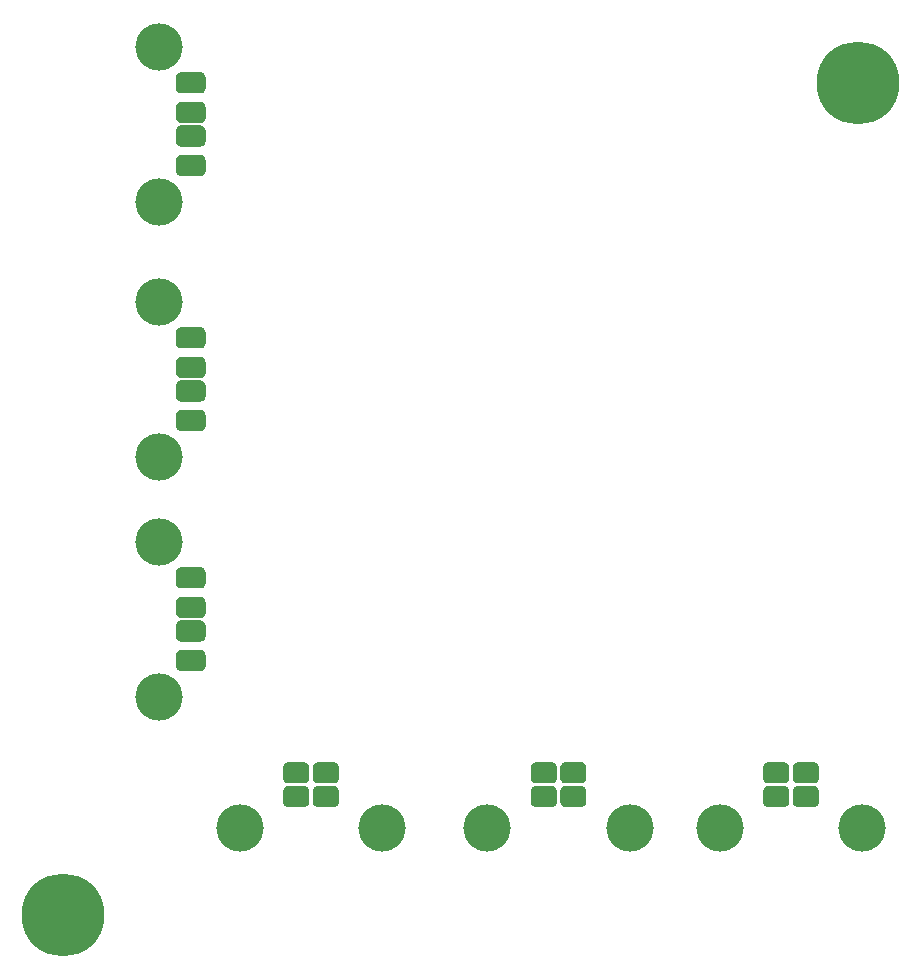
<source format=gbr>
G04 #@! TF.GenerationSoftware,KiCad,Pcbnew,(5.1.4)-1*
G04 #@! TF.CreationDate,2020-11-19T13:50:43+07:00*
G04 #@! TF.ProjectId,serial,73657269-616c-42e6-9b69-6361645f7063,rev?*
G04 #@! TF.SameCoordinates,Original*
G04 #@! TF.FileFunction,Copper,L1,Top*
G04 #@! TF.FilePolarity,Positive*
%FSLAX46Y46*%
G04 Gerber Fmt 4.6, Leading zero omitted, Abs format (unit mm)*
G04 Created by KiCad (PCBNEW (5.1.4)-1) date 2020-11-19 13:50:43*
%MOMM*%
%LPD*%
G04 APERTURE LIST*
%ADD10C,4.000000*%
%ADD11C,0.100000*%
%ADD12C,1.800000*%
%ADD13C,7.000000*%
G04 APERTURE END LIST*
D10*
X72855000Y-83730000D03*
X72855000Y-70590000D03*
D11*
G36*
X76409108Y-72762167D02*
G01*
X76452791Y-72768647D01*
X76495628Y-72779377D01*
X76537208Y-72794254D01*
X76577129Y-72813135D01*
X76615007Y-72835839D01*
X76650477Y-72862145D01*
X76683198Y-72891802D01*
X76712855Y-72924523D01*
X76739161Y-72959993D01*
X76761865Y-72997871D01*
X76780746Y-73037792D01*
X76795623Y-73079372D01*
X76806353Y-73122209D01*
X76812833Y-73165892D01*
X76815000Y-73210000D01*
X76815000Y-74110000D01*
X76812833Y-74154108D01*
X76806353Y-74197791D01*
X76795623Y-74240628D01*
X76780746Y-74282208D01*
X76761865Y-74322129D01*
X76739161Y-74360007D01*
X76712855Y-74395477D01*
X76683198Y-74428198D01*
X76650477Y-74457855D01*
X76615007Y-74484161D01*
X76577129Y-74506865D01*
X76537208Y-74525746D01*
X76495628Y-74540623D01*
X76452791Y-74551353D01*
X76409108Y-74557833D01*
X76365000Y-74560000D01*
X74765000Y-74560000D01*
X74720892Y-74557833D01*
X74677209Y-74551353D01*
X74634372Y-74540623D01*
X74592792Y-74525746D01*
X74552871Y-74506865D01*
X74514993Y-74484161D01*
X74479523Y-74457855D01*
X74446802Y-74428198D01*
X74417145Y-74395477D01*
X74390839Y-74360007D01*
X74368135Y-74322129D01*
X74349254Y-74282208D01*
X74334377Y-74240628D01*
X74323647Y-74197791D01*
X74317167Y-74154108D01*
X74315000Y-74110000D01*
X74315000Y-73210000D01*
X74317167Y-73165892D01*
X74323647Y-73122209D01*
X74334377Y-73079372D01*
X74349254Y-73037792D01*
X74368135Y-72997871D01*
X74390839Y-72959993D01*
X74417145Y-72924523D01*
X74446802Y-72891802D01*
X74479523Y-72862145D01*
X74514993Y-72835839D01*
X74552871Y-72813135D01*
X74592792Y-72794254D01*
X74634372Y-72779377D01*
X74677209Y-72768647D01*
X74720892Y-72762167D01*
X74765000Y-72760000D01*
X76365000Y-72760000D01*
X76409108Y-72762167D01*
X76409108Y-72762167D01*
G37*
D12*
X75565000Y-73660000D03*
D11*
G36*
X76409108Y-75262167D02*
G01*
X76452791Y-75268647D01*
X76495628Y-75279377D01*
X76537208Y-75294254D01*
X76577129Y-75313135D01*
X76615007Y-75335839D01*
X76650477Y-75362145D01*
X76683198Y-75391802D01*
X76712855Y-75424523D01*
X76739161Y-75459993D01*
X76761865Y-75497871D01*
X76780746Y-75537792D01*
X76795623Y-75579372D01*
X76806353Y-75622209D01*
X76812833Y-75665892D01*
X76815000Y-75710000D01*
X76815000Y-76610000D01*
X76812833Y-76654108D01*
X76806353Y-76697791D01*
X76795623Y-76740628D01*
X76780746Y-76782208D01*
X76761865Y-76822129D01*
X76739161Y-76860007D01*
X76712855Y-76895477D01*
X76683198Y-76928198D01*
X76650477Y-76957855D01*
X76615007Y-76984161D01*
X76577129Y-77006865D01*
X76537208Y-77025746D01*
X76495628Y-77040623D01*
X76452791Y-77051353D01*
X76409108Y-77057833D01*
X76365000Y-77060000D01*
X74765000Y-77060000D01*
X74720892Y-77057833D01*
X74677209Y-77051353D01*
X74634372Y-77040623D01*
X74592792Y-77025746D01*
X74552871Y-77006865D01*
X74514993Y-76984161D01*
X74479523Y-76957855D01*
X74446802Y-76928198D01*
X74417145Y-76895477D01*
X74390839Y-76860007D01*
X74368135Y-76822129D01*
X74349254Y-76782208D01*
X74334377Y-76740628D01*
X74323647Y-76697791D01*
X74317167Y-76654108D01*
X74315000Y-76610000D01*
X74315000Y-75710000D01*
X74317167Y-75665892D01*
X74323647Y-75622209D01*
X74334377Y-75579372D01*
X74349254Y-75537792D01*
X74368135Y-75497871D01*
X74390839Y-75459993D01*
X74417145Y-75424523D01*
X74446802Y-75391802D01*
X74479523Y-75362145D01*
X74514993Y-75335839D01*
X74552871Y-75313135D01*
X74592792Y-75294254D01*
X74634372Y-75279377D01*
X74677209Y-75268647D01*
X74720892Y-75262167D01*
X74765000Y-75260000D01*
X76365000Y-75260000D01*
X76409108Y-75262167D01*
X76409108Y-75262167D01*
G37*
D12*
X75565000Y-76160000D03*
D11*
G36*
X76409108Y-77262167D02*
G01*
X76452791Y-77268647D01*
X76495628Y-77279377D01*
X76537208Y-77294254D01*
X76577129Y-77313135D01*
X76615007Y-77335839D01*
X76650477Y-77362145D01*
X76683198Y-77391802D01*
X76712855Y-77424523D01*
X76739161Y-77459993D01*
X76761865Y-77497871D01*
X76780746Y-77537792D01*
X76795623Y-77579372D01*
X76806353Y-77622209D01*
X76812833Y-77665892D01*
X76815000Y-77710000D01*
X76815000Y-78610000D01*
X76812833Y-78654108D01*
X76806353Y-78697791D01*
X76795623Y-78740628D01*
X76780746Y-78782208D01*
X76761865Y-78822129D01*
X76739161Y-78860007D01*
X76712855Y-78895477D01*
X76683198Y-78928198D01*
X76650477Y-78957855D01*
X76615007Y-78984161D01*
X76577129Y-79006865D01*
X76537208Y-79025746D01*
X76495628Y-79040623D01*
X76452791Y-79051353D01*
X76409108Y-79057833D01*
X76365000Y-79060000D01*
X74765000Y-79060000D01*
X74720892Y-79057833D01*
X74677209Y-79051353D01*
X74634372Y-79040623D01*
X74592792Y-79025746D01*
X74552871Y-79006865D01*
X74514993Y-78984161D01*
X74479523Y-78957855D01*
X74446802Y-78928198D01*
X74417145Y-78895477D01*
X74390839Y-78860007D01*
X74368135Y-78822129D01*
X74349254Y-78782208D01*
X74334377Y-78740628D01*
X74323647Y-78697791D01*
X74317167Y-78654108D01*
X74315000Y-78610000D01*
X74315000Y-77710000D01*
X74317167Y-77665892D01*
X74323647Y-77622209D01*
X74334377Y-77579372D01*
X74349254Y-77537792D01*
X74368135Y-77497871D01*
X74390839Y-77459993D01*
X74417145Y-77424523D01*
X74446802Y-77391802D01*
X74479523Y-77362145D01*
X74514993Y-77335839D01*
X74552871Y-77313135D01*
X74592792Y-77294254D01*
X74634372Y-77279377D01*
X74677209Y-77268647D01*
X74720892Y-77262167D01*
X74765000Y-77260000D01*
X76365000Y-77260000D01*
X76409108Y-77262167D01*
X76409108Y-77262167D01*
G37*
D12*
X75565000Y-78160000D03*
D11*
G36*
X76409108Y-79762167D02*
G01*
X76452791Y-79768647D01*
X76495628Y-79779377D01*
X76537208Y-79794254D01*
X76577129Y-79813135D01*
X76615007Y-79835839D01*
X76650477Y-79862145D01*
X76683198Y-79891802D01*
X76712855Y-79924523D01*
X76739161Y-79959993D01*
X76761865Y-79997871D01*
X76780746Y-80037792D01*
X76795623Y-80079372D01*
X76806353Y-80122209D01*
X76812833Y-80165892D01*
X76815000Y-80210000D01*
X76815000Y-81110000D01*
X76812833Y-81154108D01*
X76806353Y-81197791D01*
X76795623Y-81240628D01*
X76780746Y-81282208D01*
X76761865Y-81322129D01*
X76739161Y-81360007D01*
X76712855Y-81395477D01*
X76683198Y-81428198D01*
X76650477Y-81457855D01*
X76615007Y-81484161D01*
X76577129Y-81506865D01*
X76537208Y-81525746D01*
X76495628Y-81540623D01*
X76452791Y-81551353D01*
X76409108Y-81557833D01*
X76365000Y-81560000D01*
X74765000Y-81560000D01*
X74720892Y-81557833D01*
X74677209Y-81551353D01*
X74634372Y-81540623D01*
X74592792Y-81525746D01*
X74552871Y-81506865D01*
X74514993Y-81484161D01*
X74479523Y-81457855D01*
X74446802Y-81428198D01*
X74417145Y-81395477D01*
X74390839Y-81360007D01*
X74368135Y-81322129D01*
X74349254Y-81282208D01*
X74334377Y-81240628D01*
X74323647Y-81197791D01*
X74317167Y-81154108D01*
X74315000Y-81110000D01*
X74315000Y-80210000D01*
X74317167Y-80165892D01*
X74323647Y-80122209D01*
X74334377Y-80079372D01*
X74349254Y-80037792D01*
X74368135Y-79997871D01*
X74390839Y-79959993D01*
X74417145Y-79924523D01*
X74446802Y-79891802D01*
X74479523Y-79862145D01*
X74514993Y-79835839D01*
X74552871Y-79813135D01*
X74592792Y-79794254D01*
X74634372Y-79779377D01*
X74677209Y-79768647D01*
X74720892Y-79762167D01*
X74765000Y-79760000D01*
X76365000Y-79760000D01*
X76409108Y-79762167D01*
X76409108Y-79762167D01*
G37*
D12*
X75565000Y-80660000D03*
D11*
G36*
X87689108Y-89272167D02*
G01*
X87732791Y-89278647D01*
X87775628Y-89289377D01*
X87817208Y-89304254D01*
X87857129Y-89323135D01*
X87895007Y-89345839D01*
X87930477Y-89372145D01*
X87963198Y-89401802D01*
X87992855Y-89434523D01*
X88019161Y-89469993D01*
X88041865Y-89507871D01*
X88060746Y-89547792D01*
X88075623Y-89589372D01*
X88086353Y-89632209D01*
X88092833Y-89675892D01*
X88095000Y-89720000D01*
X88095000Y-90620000D01*
X88092833Y-90664108D01*
X88086353Y-90707791D01*
X88075623Y-90750628D01*
X88060746Y-90792208D01*
X88041865Y-90832129D01*
X88019161Y-90870007D01*
X87992855Y-90905477D01*
X87963198Y-90938198D01*
X87930477Y-90967855D01*
X87895007Y-90994161D01*
X87857129Y-91016865D01*
X87817208Y-91035746D01*
X87775628Y-91050623D01*
X87732791Y-91061353D01*
X87689108Y-91067833D01*
X87645000Y-91070000D01*
X86345000Y-91070000D01*
X86300892Y-91067833D01*
X86257209Y-91061353D01*
X86214372Y-91050623D01*
X86172792Y-91035746D01*
X86132871Y-91016865D01*
X86094993Y-90994161D01*
X86059523Y-90967855D01*
X86026802Y-90938198D01*
X85997145Y-90905477D01*
X85970839Y-90870007D01*
X85948135Y-90832129D01*
X85929254Y-90792208D01*
X85914377Y-90750628D01*
X85903647Y-90707791D01*
X85897167Y-90664108D01*
X85895000Y-90620000D01*
X85895000Y-89720000D01*
X85897167Y-89675892D01*
X85903647Y-89632209D01*
X85914377Y-89589372D01*
X85929254Y-89547792D01*
X85948135Y-89507871D01*
X85970839Y-89469993D01*
X85997145Y-89434523D01*
X86026802Y-89401802D01*
X86059523Y-89372145D01*
X86094993Y-89345839D01*
X86132871Y-89323135D01*
X86172792Y-89304254D01*
X86214372Y-89289377D01*
X86257209Y-89278647D01*
X86300892Y-89272167D01*
X86345000Y-89270000D01*
X87645000Y-89270000D01*
X87689108Y-89272167D01*
X87689108Y-89272167D01*
G37*
D12*
X86995000Y-90170000D03*
D11*
G36*
X85189108Y-89272167D02*
G01*
X85232791Y-89278647D01*
X85275628Y-89289377D01*
X85317208Y-89304254D01*
X85357129Y-89323135D01*
X85395007Y-89345839D01*
X85430477Y-89372145D01*
X85463198Y-89401802D01*
X85492855Y-89434523D01*
X85519161Y-89469993D01*
X85541865Y-89507871D01*
X85560746Y-89547792D01*
X85575623Y-89589372D01*
X85586353Y-89632209D01*
X85592833Y-89675892D01*
X85595000Y-89720000D01*
X85595000Y-90620000D01*
X85592833Y-90664108D01*
X85586353Y-90707791D01*
X85575623Y-90750628D01*
X85560746Y-90792208D01*
X85541865Y-90832129D01*
X85519161Y-90870007D01*
X85492855Y-90905477D01*
X85463198Y-90938198D01*
X85430477Y-90967855D01*
X85395007Y-90994161D01*
X85357129Y-91016865D01*
X85317208Y-91035746D01*
X85275628Y-91050623D01*
X85232791Y-91061353D01*
X85189108Y-91067833D01*
X85145000Y-91070000D01*
X83845000Y-91070000D01*
X83800892Y-91067833D01*
X83757209Y-91061353D01*
X83714372Y-91050623D01*
X83672792Y-91035746D01*
X83632871Y-91016865D01*
X83594993Y-90994161D01*
X83559523Y-90967855D01*
X83526802Y-90938198D01*
X83497145Y-90905477D01*
X83470839Y-90870007D01*
X83448135Y-90832129D01*
X83429254Y-90792208D01*
X83414377Y-90750628D01*
X83403647Y-90707791D01*
X83397167Y-90664108D01*
X83395000Y-90620000D01*
X83395000Y-89720000D01*
X83397167Y-89675892D01*
X83403647Y-89632209D01*
X83414377Y-89589372D01*
X83429254Y-89547792D01*
X83448135Y-89507871D01*
X83470839Y-89469993D01*
X83497145Y-89434523D01*
X83526802Y-89401802D01*
X83559523Y-89372145D01*
X83594993Y-89345839D01*
X83632871Y-89323135D01*
X83672792Y-89304254D01*
X83714372Y-89289377D01*
X83757209Y-89278647D01*
X83800892Y-89272167D01*
X83845000Y-89270000D01*
X85145000Y-89270000D01*
X85189108Y-89272167D01*
X85189108Y-89272167D01*
G37*
D12*
X84495000Y-90170000D03*
D11*
G36*
X85189108Y-91272167D02*
G01*
X85232791Y-91278647D01*
X85275628Y-91289377D01*
X85317208Y-91304254D01*
X85357129Y-91323135D01*
X85395007Y-91345839D01*
X85430477Y-91372145D01*
X85463198Y-91401802D01*
X85492855Y-91434523D01*
X85519161Y-91469993D01*
X85541865Y-91507871D01*
X85560746Y-91547792D01*
X85575623Y-91589372D01*
X85586353Y-91632209D01*
X85592833Y-91675892D01*
X85595000Y-91720000D01*
X85595000Y-92620000D01*
X85592833Y-92664108D01*
X85586353Y-92707791D01*
X85575623Y-92750628D01*
X85560746Y-92792208D01*
X85541865Y-92832129D01*
X85519161Y-92870007D01*
X85492855Y-92905477D01*
X85463198Y-92938198D01*
X85430477Y-92967855D01*
X85395007Y-92994161D01*
X85357129Y-93016865D01*
X85317208Y-93035746D01*
X85275628Y-93050623D01*
X85232791Y-93061353D01*
X85189108Y-93067833D01*
X85145000Y-93070000D01*
X83845000Y-93070000D01*
X83800892Y-93067833D01*
X83757209Y-93061353D01*
X83714372Y-93050623D01*
X83672792Y-93035746D01*
X83632871Y-93016865D01*
X83594993Y-92994161D01*
X83559523Y-92967855D01*
X83526802Y-92938198D01*
X83497145Y-92905477D01*
X83470839Y-92870007D01*
X83448135Y-92832129D01*
X83429254Y-92792208D01*
X83414377Y-92750628D01*
X83403647Y-92707791D01*
X83397167Y-92664108D01*
X83395000Y-92620000D01*
X83395000Y-91720000D01*
X83397167Y-91675892D01*
X83403647Y-91632209D01*
X83414377Y-91589372D01*
X83429254Y-91547792D01*
X83448135Y-91507871D01*
X83470839Y-91469993D01*
X83497145Y-91434523D01*
X83526802Y-91401802D01*
X83559523Y-91372145D01*
X83594993Y-91345839D01*
X83632871Y-91323135D01*
X83672792Y-91304254D01*
X83714372Y-91289377D01*
X83757209Y-91278647D01*
X83800892Y-91272167D01*
X83845000Y-91270000D01*
X85145000Y-91270000D01*
X85189108Y-91272167D01*
X85189108Y-91272167D01*
G37*
D12*
X84495000Y-92170000D03*
D11*
G36*
X87689108Y-91272167D02*
G01*
X87732791Y-91278647D01*
X87775628Y-91289377D01*
X87817208Y-91304254D01*
X87857129Y-91323135D01*
X87895007Y-91345839D01*
X87930477Y-91372145D01*
X87963198Y-91401802D01*
X87992855Y-91434523D01*
X88019161Y-91469993D01*
X88041865Y-91507871D01*
X88060746Y-91547792D01*
X88075623Y-91589372D01*
X88086353Y-91632209D01*
X88092833Y-91675892D01*
X88095000Y-91720000D01*
X88095000Y-92620000D01*
X88092833Y-92664108D01*
X88086353Y-92707791D01*
X88075623Y-92750628D01*
X88060746Y-92792208D01*
X88041865Y-92832129D01*
X88019161Y-92870007D01*
X87992855Y-92905477D01*
X87963198Y-92938198D01*
X87930477Y-92967855D01*
X87895007Y-92994161D01*
X87857129Y-93016865D01*
X87817208Y-93035746D01*
X87775628Y-93050623D01*
X87732791Y-93061353D01*
X87689108Y-93067833D01*
X87645000Y-93070000D01*
X86345000Y-93070000D01*
X86300892Y-93067833D01*
X86257209Y-93061353D01*
X86214372Y-93050623D01*
X86172792Y-93035746D01*
X86132871Y-93016865D01*
X86094993Y-92994161D01*
X86059523Y-92967855D01*
X86026802Y-92938198D01*
X85997145Y-92905477D01*
X85970839Y-92870007D01*
X85948135Y-92832129D01*
X85929254Y-92792208D01*
X85914377Y-92750628D01*
X85903647Y-92707791D01*
X85897167Y-92664108D01*
X85895000Y-92620000D01*
X85895000Y-91720000D01*
X85897167Y-91675892D01*
X85903647Y-91632209D01*
X85914377Y-91589372D01*
X85929254Y-91547792D01*
X85948135Y-91507871D01*
X85970839Y-91469993D01*
X85997145Y-91434523D01*
X86026802Y-91401802D01*
X86059523Y-91372145D01*
X86094993Y-91345839D01*
X86132871Y-91323135D01*
X86172792Y-91304254D01*
X86214372Y-91289377D01*
X86257209Y-91278647D01*
X86300892Y-91272167D01*
X86345000Y-91270000D01*
X87645000Y-91270000D01*
X87689108Y-91272167D01*
X87689108Y-91272167D01*
G37*
D12*
X86995000Y-92170000D03*
D10*
X91765000Y-94880000D03*
X79725000Y-94880000D03*
D11*
G36*
X76409108Y-59442167D02*
G01*
X76452791Y-59448647D01*
X76495628Y-59459377D01*
X76537208Y-59474254D01*
X76577129Y-59493135D01*
X76615007Y-59515839D01*
X76650477Y-59542145D01*
X76683198Y-59571802D01*
X76712855Y-59604523D01*
X76739161Y-59639993D01*
X76761865Y-59677871D01*
X76780746Y-59717792D01*
X76795623Y-59759372D01*
X76806353Y-59802209D01*
X76812833Y-59845892D01*
X76815000Y-59890000D01*
X76815000Y-60790000D01*
X76812833Y-60834108D01*
X76806353Y-60877791D01*
X76795623Y-60920628D01*
X76780746Y-60962208D01*
X76761865Y-61002129D01*
X76739161Y-61040007D01*
X76712855Y-61075477D01*
X76683198Y-61108198D01*
X76650477Y-61137855D01*
X76615007Y-61164161D01*
X76577129Y-61186865D01*
X76537208Y-61205746D01*
X76495628Y-61220623D01*
X76452791Y-61231353D01*
X76409108Y-61237833D01*
X76365000Y-61240000D01*
X74765000Y-61240000D01*
X74720892Y-61237833D01*
X74677209Y-61231353D01*
X74634372Y-61220623D01*
X74592792Y-61205746D01*
X74552871Y-61186865D01*
X74514993Y-61164161D01*
X74479523Y-61137855D01*
X74446802Y-61108198D01*
X74417145Y-61075477D01*
X74390839Y-61040007D01*
X74368135Y-61002129D01*
X74349254Y-60962208D01*
X74334377Y-60920628D01*
X74323647Y-60877791D01*
X74317167Y-60834108D01*
X74315000Y-60790000D01*
X74315000Y-59890000D01*
X74317167Y-59845892D01*
X74323647Y-59802209D01*
X74334377Y-59759372D01*
X74349254Y-59717792D01*
X74368135Y-59677871D01*
X74390839Y-59639993D01*
X74417145Y-59604523D01*
X74446802Y-59571802D01*
X74479523Y-59542145D01*
X74514993Y-59515839D01*
X74552871Y-59493135D01*
X74592792Y-59474254D01*
X74634372Y-59459377D01*
X74677209Y-59448647D01*
X74720892Y-59442167D01*
X74765000Y-59440000D01*
X76365000Y-59440000D01*
X76409108Y-59442167D01*
X76409108Y-59442167D01*
G37*
D12*
X75565000Y-60340000D03*
D11*
G36*
X76409108Y-56942167D02*
G01*
X76452791Y-56948647D01*
X76495628Y-56959377D01*
X76537208Y-56974254D01*
X76577129Y-56993135D01*
X76615007Y-57015839D01*
X76650477Y-57042145D01*
X76683198Y-57071802D01*
X76712855Y-57104523D01*
X76739161Y-57139993D01*
X76761865Y-57177871D01*
X76780746Y-57217792D01*
X76795623Y-57259372D01*
X76806353Y-57302209D01*
X76812833Y-57345892D01*
X76815000Y-57390000D01*
X76815000Y-58290000D01*
X76812833Y-58334108D01*
X76806353Y-58377791D01*
X76795623Y-58420628D01*
X76780746Y-58462208D01*
X76761865Y-58502129D01*
X76739161Y-58540007D01*
X76712855Y-58575477D01*
X76683198Y-58608198D01*
X76650477Y-58637855D01*
X76615007Y-58664161D01*
X76577129Y-58686865D01*
X76537208Y-58705746D01*
X76495628Y-58720623D01*
X76452791Y-58731353D01*
X76409108Y-58737833D01*
X76365000Y-58740000D01*
X74765000Y-58740000D01*
X74720892Y-58737833D01*
X74677209Y-58731353D01*
X74634372Y-58720623D01*
X74592792Y-58705746D01*
X74552871Y-58686865D01*
X74514993Y-58664161D01*
X74479523Y-58637855D01*
X74446802Y-58608198D01*
X74417145Y-58575477D01*
X74390839Y-58540007D01*
X74368135Y-58502129D01*
X74349254Y-58462208D01*
X74334377Y-58420628D01*
X74323647Y-58377791D01*
X74317167Y-58334108D01*
X74315000Y-58290000D01*
X74315000Y-57390000D01*
X74317167Y-57345892D01*
X74323647Y-57302209D01*
X74334377Y-57259372D01*
X74349254Y-57217792D01*
X74368135Y-57177871D01*
X74390839Y-57139993D01*
X74417145Y-57104523D01*
X74446802Y-57071802D01*
X74479523Y-57042145D01*
X74514993Y-57015839D01*
X74552871Y-56993135D01*
X74592792Y-56974254D01*
X74634372Y-56959377D01*
X74677209Y-56948647D01*
X74720892Y-56942167D01*
X74765000Y-56940000D01*
X76365000Y-56940000D01*
X76409108Y-56942167D01*
X76409108Y-56942167D01*
G37*
D12*
X75565000Y-57840000D03*
D11*
G36*
X76409108Y-54942167D02*
G01*
X76452791Y-54948647D01*
X76495628Y-54959377D01*
X76537208Y-54974254D01*
X76577129Y-54993135D01*
X76615007Y-55015839D01*
X76650477Y-55042145D01*
X76683198Y-55071802D01*
X76712855Y-55104523D01*
X76739161Y-55139993D01*
X76761865Y-55177871D01*
X76780746Y-55217792D01*
X76795623Y-55259372D01*
X76806353Y-55302209D01*
X76812833Y-55345892D01*
X76815000Y-55390000D01*
X76815000Y-56290000D01*
X76812833Y-56334108D01*
X76806353Y-56377791D01*
X76795623Y-56420628D01*
X76780746Y-56462208D01*
X76761865Y-56502129D01*
X76739161Y-56540007D01*
X76712855Y-56575477D01*
X76683198Y-56608198D01*
X76650477Y-56637855D01*
X76615007Y-56664161D01*
X76577129Y-56686865D01*
X76537208Y-56705746D01*
X76495628Y-56720623D01*
X76452791Y-56731353D01*
X76409108Y-56737833D01*
X76365000Y-56740000D01*
X74765000Y-56740000D01*
X74720892Y-56737833D01*
X74677209Y-56731353D01*
X74634372Y-56720623D01*
X74592792Y-56705746D01*
X74552871Y-56686865D01*
X74514993Y-56664161D01*
X74479523Y-56637855D01*
X74446802Y-56608198D01*
X74417145Y-56575477D01*
X74390839Y-56540007D01*
X74368135Y-56502129D01*
X74349254Y-56462208D01*
X74334377Y-56420628D01*
X74323647Y-56377791D01*
X74317167Y-56334108D01*
X74315000Y-56290000D01*
X74315000Y-55390000D01*
X74317167Y-55345892D01*
X74323647Y-55302209D01*
X74334377Y-55259372D01*
X74349254Y-55217792D01*
X74368135Y-55177871D01*
X74390839Y-55139993D01*
X74417145Y-55104523D01*
X74446802Y-55071802D01*
X74479523Y-55042145D01*
X74514993Y-55015839D01*
X74552871Y-54993135D01*
X74592792Y-54974254D01*
X74634372Y-54959377D01*
X74677209Y-54948647D01*
X74720892Y-54942167D01*
X74765000Y-54940000D01*
X76365000Y-54940000D01*
X76409108Y-54942167D01*
X76409108Y-54942167D01*
G37*
D12*
X75565000Y-55840000D03*
D11*
G36*
X76409108Y-52442167D02*
G01*
X76452791Y-52448647D01*
X76495628Y-52459377D01*
X76537208Y-52474254D01*
X76577129Y-52493135D01*
X76615007Y-52515839D01*
X76650477Y-52542145D01*
X76683198Y-52571802D01*
X76712855Y-52604523D01*
X76739161Y-52639993D01*
X76761865Y-52677871D01*
X76780746Y-52717792D01*
X76795623Y-52759372D01*
X76806353Y-52802209D01*
X76812833Y-52845892D01*
X76815000Y-52890000D01*
X76815000Y-53790000D01*
X76812833Y-53834108D01*
X76806353Y-53877791D01*
X76795623Y-53920628D01*
X76780746Y-53962208D01*
X76761865Y-54002129D01*
X76739161Y-54040007D01*
X76712855Y-54075477D01*
X76683198Y-54108198D01*
X76650477Y-54137855D01*
X76615007Y-54164161D01*
X76577129Y-54186865D01*
X76537208Y-54205746D01*
X76495628Y-54220623D01*
X76452791Y-54231353D01*
X76409108Y-54237833D01*
X76365000Y-54240000D01*
X74765000Y-54240000D01*
X74720892Y-54237833D01*
X74677209Y-54231353D01*
X74634372Y-54220623D01*
X74592792Y-54205746D01*
X74552871Y-54186865D01*
X74514993Y-54164161D01*
X74479523Y-54137855D01*
X74446802Y-54108198D01*
X74417145Y-54075477D01*
X74390839Y-54040007D01*
X74368135Y-54002129D01*
X74349254Y-53962208D01*
X74334377Y-53920628D01*
X74323647Y-53877791D01*
X74317167Y-53834108D01*
X74315000Y-53790000D01*
X74315000Y-52890000D01*
X74317167Y-52845892D01*
X74323647Y-52802209D01*
X74334377Y-52759372D01*
X74349254Y-52717792D01*
X74368135Y-52677871D01*
X74390839Y-52639993D01*
X74417145Y-52604523D01*
X74446802Y-52571802D01*
X74479523Y-52542145D01*
X74514993Y-52515839D01*
X74552871Y-52493135D01*
X74592792Y-52474254D01*
X74634372Y-52459377D01*
X74677209Y-52448647D01*
X74720892Y-52442167D01*
X74765000Y-52440000D01*
X76365000Y-52440000D01*
X76409108Y-52442167D01*
X76409108Y-52442167D01*
G37*
D12*
X75565000Y-53340000D03*
D10*
X72855000Y-50270000D03*
X72855000Y-63410000D03*
X72855000Y-41820000D03*
X72855000Y-28680000D03*
D11*
G36*
X76409108Y-30852167D02*
G01*
X76452791Y-30858647D01*
X76495628Y-30869377D01*
X76537208Y-30884254D01*
X76577129Y-30903135D01*
X76615007Y-30925839D01*
X76650477Y-30952145D01*
X76683198Y-30981802D01*
X76712855Y-31014523D01*
X76739161Y-31049993D01*
X76761865Y-31087871D01*
X76780746Y-31127792D01*
X76795623Y-31169372D01*
X76806353Y-31212209D01*
X76812833Y-31255892D01*
X76815000Y-31300000D01*
X76815000Y-32200000D01*
X76812833Y-32244108D01*
X76806353Y-32287791D01*
X76795623Y-32330628D01*
X76780746Y-32372208D01*
X76761865Y-32412129D01*
X76739161Y-32450007D01*
X76712855Y-32485477D01*
X76683198Y-32518198D01*
X76650477Y-32547855D01*
X76615007Y-32574161D01*
X76577129Y-32596865D01*
X76537208Y-32615746D01*
X76495628Y-32630623D01*
X76452791Y-32641353D01*
X76409108Y-32647833D01*
X76365000Y-32650000D01*
X74765000Y-32650000D01*
X74720892Y-32647833D01*
X74677209Y-32641353D01*
X74634372Y-32630623D01*
X74592792Y-32615746D01*
X74552871Y-32596865D01*
X74514993Y-32574161D01*
X74479523Y-32547855D01*
X74446802Y-32518198D01*
X74417145Y-32485477D01*
X74390839Y-32450007D01*
X74368135Y-32412129D01*
X74349254Y-32372208D01*
X74334377Y-32330628D01*
X74323647Y-32287791D01*
X74317167Y-32244108D01*
X74315000Y-32200000D01*
X74315000Y-31300000D01*
X74317167Y-31255892D01*
X74323647Y-31212209D01*
X74334377Y-31169372D01*
X74349254Y-31127792D01*
X74368135Y-31087871D01*
X74390839Y-31049993D01*
X74417145Y-31014523D01*
X74446802Y-30981802D01*
X74479523Y-30952145D01*
X74514993Y-30925839D01*
X74552871Y-30903135D01*
X74592792Y-30884254D01*
X74634372Y-30869377D01*
X74677209Y-30858647D01*
X74720892Y-30852167D01*
X74765000Y-30850000D01*
X76365000Y-30850000D01*
X76409108Y-30852167D01*
X76409108Y-30852167D01*
G37*
D12*
X75565000Y-31750000D03*
D11*
G36*
X76409108Y-33352167D02*
G01*
X76452791Y-33358647D01*
X76495628Y-33369377D01*
X76537208Y-33384254D01*
X76577129Y-33403135D01*
X76615007Y-33425839D01*
X76650477Y-33452145D01*
X76683198Y-33481802D01*
X76712855Y-33514523D01*
X76739161Y-33549993D01*
X76761865Y-33587871D01*
X76780746Y-33627792D01*
X76795623Y-33669372D01*
X76806353Y-33712209D01*
X76812833Y-33755892D01*
X76815000Y-33800000D01*
X76815000Y-34700000D01*
X76812833Y-34744108D01*
X76806353Y-34787791D01*
X76795623Y-34830628D01*
X76780746Y-34872208D01*
X76761865Y-34912129D01*
X76739161Y-34950007D01*
X76712855Y-34985477D01*
X76683198Y-35018198D01*
X76650477Y-35047855D01*
X76615007Y-35074161D01*
X76577129Y-35096865D01*
X76537208Y-35115746D01*
X76495628Y-35130623D01*
X76452791Y-35141353D01*
X76409108Y-35147833D01*
X76365000Y-35150000D01*
X74765000Y-35150000D01*
X74720892Y-35147833D01*
X74677209Y-35141353D01*
X74634372Y-35130623D01*
X74592792Y-35115746D01*
X74552871Y-35096865D01*
X74514993Y-35074161D01*
X74479523Y-35047855D01*
X74446802Y-35018198D01*
X74417145Y-34985477D01*
X74390839Y-34950007D01*
X74368135Y-34912129D01*
X74349254Y-34872208D01*
X74334377Y-34830628D01*
X74323647Y-34787791D01*
X74317167Y-34744108D01*
X74315000Y-34700000D01*
X74315000Y-33800000D01*
X74317167Y-33755892D01*
X74323647Y-33712209D01*
X74334377Y-33669372D01*
X74349254Y-33627792D01*
X74368135Y-33587871D01*
X74390839Y-33549993D01*
X74417145Y-33514523D01*
X74446802Y-33481802D01*
X74479523Y-33452145D01*
X74514993Y-33425839D01*
X74552871Y-33403135D01*
X74592792Y-33384254D01*
X74634372Y-33369377D01*
X74677209Y-33358647D01*
X74720892Y-33352167D01*
X74765000Y-33350000D01*
X76365000Y-33350000D01*
X76409108Y-33352167D01*
X76409108Y-33352167D01*
G37*
D12*
X75565000Y-34250000D03*
D11*
G36*
X76409108Y-35352167D02*
G01*
X76452791Y-35358647D01*
X76495628Y-35369377D01*
X76537208Y-35384254D01*
X76577129Y-35403135D01*
X76615007Y-35425839D01*
X76650477Y-35452145D01*
X76683198Y-35481802D01*
X76712855Y-35514523D01*
X76739161Y-35549993D01*
X76761865Y-35587871D01*
X76780746Y-35627792D01*
X76795623Y-35669372D01*
X76806353Y-35712209D01*
X76812833Y-35755892D01*
X76815000Y-35800000D01*
X76815000Y-36700000D01*
X76812833Y-36744108D01*
X76806353Y-36787791D01*
X76795623Y-36830628D01*
X76780746Y-36872208D01*
X76761865Y-36912129D01*
X76739161Y-36950007D01*
X76712855Y-36985477D01*
X76683198Y-37018198D01*
X76650477Y-37047855D01*
X76615007Y-37074161D01*
X76577129Y-37096865D01*
X76537208Y-37115746D01*
X76495628Y-37130623D01*
X76452791Y-37141353D01*
X76409108Y-37147833D01*
X76365000Y-37150000D01*
X74765000Y-37150000D01*
X74720892Y-37147833D01*
X74677209Y-37141353D01*
X74634372Y-37130623D01*
X74592792Y-37115746D01*
X74552871Y-37096865D01*
X74514993Y-37074161D01*
X74479523Y-37047855D01*
X74446802Y-37018198D01*
X74417145Y-36985477D01*
X74390839Y-36950007D01*
X74368135Y-36912129D01*
X74349254Y-36872208D01*
X74334377Y-36830628D01*
X74323647Y-36787791D01*
X74317167Y-36744108D01*
X74315000Y-36700000D01*
X74315000Y-35800000D01*
X74317167Y-35755892D01*
X74323647Y-35712209D01*
X74334377Y-35669372D01*
X74349254Y-35627792D01*
X74368135Y-35587871D01*
X74390839Y-35549993D01*
X74417145Y-35514523D01*
X74446802Y-35481802D01*
X74479523Y-35452145D01*
X74514993Y-35425839D01*
X74552871Y-35403135D01*
X74592792Y-35384254D01*
X74634372Y-35369377D01*
X74677209Y-35358647D01*
X74720892Y-35352167D01*
X74765000Y-35350000D01*
X76365000Y-35350000D01*
X76409108Y-35352167D01*
X76409108Y-35352167D01*
G37*
D12*
X75565000Y-36250000D03*
D11*
G36*
X76409108Y-37852167D02*
G01*
X76452791Y-37858647D01*
X76495628Y-37869377D01*
X76537208Y-37884254D01*
X76577129Y-37903135D01*
X76615007Y-37925839D01*
X76650477Y-37952145D01*
X76683198Y-37981802D01*
X76712855Y-38014523D01*
X76739161Y-38049993D01*
X76761865Y-38087871D01*
X76780746Y-38127792D01*
X76795623Y-38169372D01*
X76806353Y-38212209D01*
X76812833Y-38255892D01*
X76815000Y-38300000D01*
X76815000Y-39200000D01*
X76812833Y-39244108D01*
X76806353Y-39287791D01*
X76795623Y-39330628D01*
X76780746Y-39372208D01*
X76761865Y-39412129D01*
X76739161Y-39450007D01*
X76712855Y-39485477D01*
X76683198Y-39518198D01*
X76650477Y-39547855D01*
X76615007Y-39574161D01*
X76577129Y-39596865D01*
X76537208Y-39615746D01*
X76495628Y-39630623D01*
X76452791Y-39641353D01*
X76409108Y-39647833D01*
X76365000Y-39650000D01*
X74765000Y-39650000D01*
X74720892Y-39647833D01*
X74677209Y-39641353D01*
X74634372Y-39630623D01*
X74592792Y-39615746D01*
X74552871Y-39596865D01*
X74514993Y-39574161D01*
X74479523Y-39547855D01*
X74446802Y-39518198D01*
X74417145Y-39485477D01*
X74390839Y-39450007D01*
X74368135Y-39412129D01*
X74349254Y-39372208D01*
X74334377Y-39330628D01*
X74323647Y-39287791D01*
X74317167Y-39244108D01*
X74315000Y-39200000D01*
X74315000Y-38300000D01*
X74317167Y-38255892D01*
X74323647Y-38212209D01*
X74334377Y-38169372D01*
X74349254Y-38127792D01*
X74368135Y-38087871D01*
X74390839Y-38049993D01*
X74417145Y-38014523D01*
X74446802Y-37981802D01*
X74479523Y-37952145D01*
X74514993Y-37925839D01*
X74552871Y-37903135D01*
X74592792Y-37884254D01*
X74634372Y-37869377D01*
X74677209Y-37858647D01*
X74720892Y-37852167D01*
X74765000Y-37850000D01*
X76365000Y-37850000D01*
X76409108Y-37852167D01*
X76409108Y-37852167D01*
G37*
D12*
X75565000Y-38750000D03*
D10*
X100680000Y-94880000D03*
X112720000Y-94880000D03*
D11*
G36*
X108644108Y-91272167D02*
G01*
X108687791Y-91278647D01*
X108730628Y-91289377D01*
X108772208Y-91304254D01*
X108812129Y-91323135D01*
X108850007Y-91345839D01*
X108885477Y-91372145D01*
X108918198Y-91401802D01*
X108947855Y-91434523D01*
X108974161Y-91469993D01*
X108996865Y-91507871D01*
X109015746Y-91547792D01*
X109030623Y-91589372D01*
X109041353Y-91632209D01*
X109047833Y-91675892D01*
X109050000Y-91720000D01*
X109050000Y-92620000D01*
X109047833Y-92664108D01*
X109041353Y-92707791D01*
X109030623Y-92750628D01*
X109015746Y-92792208D01*
X108996865Y-92832129D01*
X108974161Y-92870007D01*
X108947855Y-92905477D01*
X108918198Y-92938198D01*
X108885477Y-92967855D01*
X108850007Y-92994161D01*
X108812129Y-93016865D01*
X108772208Y-93035746D01*
X108730628Y-93050623D01*
X108687791Y-93061353D01*
X108644108Y-93067833D01*
X108600000Y-93070000D01*
X107300000Y-93070000D01*
X107255892Y-93067833D01*
X107212209Y-93061353D01*
X107169372Y-93050623D01*
X107127792Y-93035746D01*
X107087871Y-93016865D01*
X107049993Y-92994161D01*
X107014523Y-92967855D01*
X106981802Y-92938198D01*
X106952145Y-92905477D01*
X106925839Y-92870007D01*
X106903135Y-92832129D01*
X106884254Y-92792208D01*
X106869377Y-92750628D01*
X106858647Y-92707791D01*
X106852167Y-92664108D01*
X106850000Y-92620000D01*
X106850000Y-91720000D01*
X106852167Y-91675892D01*
X106858647Y-91632209D01*
X106869377Y-91589372D01*
X106884254Y-91547792D01*
X106903135Y-91507871D01*
X106925839Y-91469993D01*
X106952145Y-91434523D01*
X106981802Y-91401802D01*
X107014523Y-91372145D01*
X107049993Y-91345839D01*
X107087871Y-91323135D01*
X107127792Y-91304254D01*
X107169372Y-91289377D01*
X107212209Y-91278647D01*
X107255892Y-91272167D01*
X107300000Y-91270000D01*
X108600000Y-91270000D01*
X108644108Y-91272167D01*
X108644108Y-91272167D01*
G37*
D12*
X107950000Y-92170000D03*
D11*
G36*
X106144108Y-91272167D02*
G01*
X106187791Y-91278647D01*
X106230628Y-91289377D01*
X106272208Y-91304254D01*
X106312129Y-91323135D01*
X106350007Y-91345839D01*
X106385477Y-91372145D01*
X106418198Y-91401802D01*
X106447855Y-91434523D01*
X106474161Y-91469993D01*
X106496865Y-91507871D01*
X106515746Y-91547792D01*
X106530623Y-91589372D01*
X106541353Y-91632209D01*
X106547833Y-91675892D01*
X106550000Y-91720000D01*
X106550000Y-92620000D01*
X106547833Y-92664108D01*
X106541353Y-92707791D01*
X106530623Y-92750628D01*
X106515746Y-92792208D01*
X106496865Y-92832129D01*
X106474161Y-92870007D01*
X106447855Y-92905477D01*
X106418198Y-92938198D01*
X106385477Y-92967855D01*
X106350007Y-92994161D01*
X106312129Y-93016865D01*
X106272208Y-93035746D01*
X106230628Y-93050623D01*
X106187791Y-93061353D01*
X106144108Y-93067833D01*
X106100000Y-93070000D01*
X104800000Y-93070000D01*
X104755892Y-93067833D01*
X104712209Y-93061353D01*
X104669372Y-93050623D01*
X104627792Y-93035746D01*
X104587871Y-93016865D01*
X104549993Y-92994161D01*
X104514523Y-92967855D01*
X104481802Y-92938198D01*
X104452145Y-92905477D01*
X104425839Y-92870007D01*
X104403135Y-92832129D01*
X104384254Y-92792208D01*
X104369377Y-92750628D01*
X104358647Y-92707791D01*
X104352167Y-92664108D01*
X104350000Y-92620000D01*
X104350000Y-91720000D01*
X104352167Y-91675892D01*
X104358647Y-91632209D01*
X104369377Y-91589372D01*
X104384254Y-91547792D01*
X104403135Y-91507871D01*
X104425839Y-91469993D01*
X104452145Y-91434523D01*
X104481802Y-91401802D01*
X104514523Y-91372145D01*
X104549993Y-91345839D01*
X104587871Y-91323135D01*
X104627792Y-91304254D01*
X104669372Y-91289377D01*
X104712209Y-91278647D01*
X104755892Y-91272167D01*
X104800000Y-91270000D01*
X106100000Y-91270000D01*
X106144108Y-91272167D01*
X106144108Y-91272167D01*
G37*
D12*
X105450000Y-92170000D03*
D11*
G36*
X106144108Y-89272167D02*
G01*
X106187791Y-89278647D01*
X106230628Y-89289377D01*
X106272208Y-89304254D01*
X106312129Y-89323135D01*
X106350007Y-89345839D01*
X106385477Y-89372145D01*
X106418198Y-89401802D01*
X106447855Y-89434523D01*
X106474161Y-89469993D01*
X106496865Y-89507871D01*
X106515746Y-89547792D01*
X106530623Y-89589372D01*
X106541353Y-89632209D01*
X106547833Y-89675892D01*
X106550000Y-89720000D01*
X106550000Y-90620000D01*
X106547833Y-90664108D01*
X106541353Y-90707791D01*
X106530623Y-90750628D01*
X106515746Y-90792208D01*
X106496865Y-90832129D01*
X106474161Y-90870007D01*
X106447855Y-90905477D01*
X106418198Y-90938198D01*
X106385477Y-90967855D01*
X106350007Y-90994161D01*
X106312129Y-91016865D01*
X106272208Y-91035746D01*
X106230628Y-91050623D01*
X106187791Y-91061353D01*
X106144108Y-91067833D01*
X106100000Y-91070000D01*
X104800000Y-91070000D01*
X104755892Y-91067833D01*
X104712209Y-91061353D01*
X104669372Y-91050623D01*
X104627792Y-91035746D01*
X104587871Y-91016865D01*
X104549993Y-90994161D01*
X104514523Y-90967855D01*
X104481802Y-90938198D01*
X104452145Y-90905477D01*
X104425839Y-90870007D01*
X104403135Y-90832129D01*
X104384254Y-90792208D01*
X104369377Y-90750628D01*
X104358647Y-90707791D01*
X104352167Y-90664108D01*
X104350000Y-90620000D01*
X104350000Y-89720000D01*
X104352167Y-89675892D01*
X104358647Y-89632209D01*
X104369377Y-89589372D01*
X104384254Y-89547792D01*
X104403135Y-89507871D01*
X104425839Y-89469993D01*
X104452145Y-89434523D01*
X104481802Y-89401802D01*
X104514523Y-89372145D01*
X104549993Y-89345839D01*
X104587871Y-89323135D01*
X104627792Y-89304254D01*
X104669372Y-89289377D01*
X104712209Y-89278647D01*
X104755892Y-89272167D01*
X104800000Y-89270000D01*
X106100000Y-89270000D01*
X106144108Y-89272167D01*
X106144108Y-89272167D01*
G37*
D12*
X105450000Y-90170000D03*
D11*
G36*
X108644108Y-89272167D02*
G01*
X108687791Y-89278647D01*
X108730628Y-89289377D01*
X108772208Y-89304254D01*
X108812129Y-89323135D01*
X108850007Y-89345839D01*
X108885477Y-89372145D01*
X108918198Y-89401802D01*
X108947855Y-89434523D01*
X108974161Y-89469993D01*
X108996865Y-89507871D01*
X109015746Y-89547792D01*
X109030623Y-89589372D01*
X109041353Y-89632209D01*
X109047833Y-89675892D01*
X109050000Y-89720000D01*
X109050000Y-90620000D01*
X109047833Y-90664108D01*
X109041353Y-90707791D01*
X109030623Y-90750628D01*
X109015746Y-90792208D01*
X108996865Y-90832129D01*
X108974161Y-90870007D01*
X108947855Y-90905477D01*
X108918198Y-90938198D01*
X108885477Y-90967855D01*
X108850007Y-90994161D01*
X108812129Y-91016865D01*
X108772208Y-91035746D01*
X108730628Y-91050623D01*
X108687791Y-91061353D01*
X108644108Y-91067833D01*
X108600000Y-91070000D01*
X107300000Y-91070000D01*
X107255892Y-91067833D01*
X107212209Y-91061353D01*
X107169372Y-91050623D01*
X107127792Y-91035746D01*
X107087871Y-91016865D01*
X107049993Y-90994161D01*
X107014523Y-90967855D01*
X106981802Y-90938198D01*
X106952145Y-90905477D01*
X106925839Y-90870007D01*
X106903135Y-90832129D01*
X106884254Y-90792208D01*
X106869377Y-90750628D01*
X106858647Y-90707791D01*
X106852167Y-90664108D01*
X106850000Y-90620000D01*
X106850000Y-89720000D01*
X106852167Y-89675892D01*
X106858647Y-89632209D01*
X106869377Y-89589372D01*
X106884254Y-89547792D01*
X106903135Y-89507871D01*
X106925839Y-89469993D01*
X106952145Y-89434523D01*
X106981802Y-89401802D01*
X107014523Y-89372145D01*
X107049993Y-89345839D01*
X107087871Y-89323135D01*
X107127792Y-89304254D01*
X107169372Y-89289377D01*
X107212209Y-89278647D01*
X107255892Y-89272167D01*
X107300000Y-89270000D01*
X108600000Y-89270000D01*
X108644108Y-89272167D01*
X108644108Y-89272167D01*
G37*
D12*
X107950000Y-90170000D03*
D11*
G36*
X128329108Y-89272167D02*
G01*
X128372791Y-89278647D01*
X128415628Y-89289377D01*
X128457208Y-89304254D01*
X128497129Y-89323135D01*
X128535007Y-89345839D01*
X128570477Y-89372145D01*
X128603198Y-89401802D01*
X128632855Y-89434523D01*
X128659161Y-89469993D01*
X128681865Y-89507871D01*
X128700746Y-89547792D01*
X128715623Y-89589372D01*
X128726353Y-89632209D01*
X128732833Y-89675892D01*
X128735000Y-89720000D01*
X128735000Y-90620000D01*
X128732833Y-90664108D01*
X128726353Y-90707791D01*
X128715623Y-90750628D01*
X128700746Y-90792208D01*
X128681865Y-90832129D01*
X128659161Y-90870007D01*
X128632855Y-90905477D01*
X128603198Y-90938198D01*
X128570477Y-90967855D01*
X128535007Y-90994161D01*
X128497129Y-91016865D01*
X128457208Y-91035746D01*
X128415628Y-91050623D01*
X128372791Y-91061353D01*
X128329108Y-91067833D01*
X128285000Y-91070000D01*
X126985000Y-91070000D01*
X126940892Y-91067833D01*
X126897209Y-91061353D01*
X126854372Y-91050623D01*
X126812792Y-91035746D01*
X126772871Y-91016865D01*
X126734993Y-90994161D01*
X126699523Y-90967855D01*
X126666802Y-90938198D01*
X126637145Y-90905477D01*
X126610839Y-90870007D01*
X126588135Y-90832129D01*
X126569254Y-90792208D01*
X126554377Y-90750628D01*
X126543647Y-90707791D01*
X126537167Y-90664108D01*
X126535000Y-90620000D01*
X126535000Y-89720000D01*
X126537167Y-89675892D01*
X126543647Y-89632209D01*
X126554377Y-89589372D01*
X126569254Y-89547792D01*
X126588135Y-89507871D01*
X126610839Y-89469993D01*
X126637145Y-89434523D01*
X126666802Y-89401802D01*
X126699523Y-89372145D01*
X126734993Y-89345839D01*
X126772871Y-89323135D01*
X126812792Y-89304254D01*
X126854372Y-89289377D01*
X126897209Y-89278647D01*
X126940892Y-89272167D01*
X126985000Y-89270000D01*
X128285000Y-89270000D01*
X128329108Y-89272167D01*
X128329108Y-89272167D01*
G37*
D12*
X127635000Y-90170000D03*
D11*
G36*
X125829108Y-89272167D02*
G01*
X125872791Y-89278647D01*
X125915628Y-89289377D01*
X125957208Y-89304254D01*
X125997129Y-89323135D01*
X126035007Y-89345839D01*
X126070477Y-89372145D01*
X126103198Y-89401802D01*
X126132855Y-89434523D01*
X126159161Y-89469993D01*
X126181865Y-89507871D01*
X126200746Y-89547792D01*
X126215623Y-89589372D01*
X126226353Y-89632209D01*
X126232833Y-89675892D01*
X126235000Y-89720000D01*
X126235000Y-90620000D01*
X126232833Y-90664108D01*
X126226353Y-90707791D01*
X126215623Y-90750628D01*
X126200746Y-90792208D01*
X126181865Y-90832129D01*
X126159161Y-90870007D01*
X126132855Y-90905477D01*
X126103198Y-90938198D01*
X126070477Y-90967855D01*
X126035007Y-90994161D01*
X125997129Y-91016865D01*
X125957208Y-91035746D01*
X125915628Y-91050623D01*
X125872791Y-91061353D01*
X125829108Y-91067833D01*
X125785000Y-91070000D01*
X124485000Y-91070000D01*
X124440892Y-91067833D01*
X124397209Y-91061353D01*
X124354372Y-91050623D01*
X124312792Y-91035746D01*
X124272871Y-91016865D01*
X124234993Y-90994161D01*
X124199523Y-90967855D01*
X124166802Y-90938198D01*
X124137145Y-90905477D01*
X124110839Y-90870007D01*
X124088135Y-90832129D01*
X124069254Y-90792208D01*
X124054377Y-90750628D01*
X124043647Y-90707791D01*
X124037167Y-90664108D01*
X124035000Y-90620000D01*
X124035000Y-89720000D01*
X124037167Y-89675892D01*
X124043647Y-89632209D01*
X124054377Y-89589372D01*
X124069254Y-89547792D01*
X124088135Y-89507871D01*
X124110839Y-89469993D01*
X124137145Y-89434523D01*
X124166802Y-89401802D01*
X124199523Y-89372145D01*
X124234993Y-89345839D01*
X124272871Y-89323135D01*
X124312792Y-89304254D01*
X124354372Y-89289377D01*
X124397209Y-89278647D01*
X124440892Y-89272167D01*
X124485000Y-89270000D01*
X125785000Y-89270000D01*
X125829108Y-89272167D01*
X125829108Y-89272167D01*
G37*
D12*
X125135000Y-90170000D03*
D11*
G36*
X125829108Y-91272167D02*
G01*
X125872791Y-91278647D01*
X125915628Y-91289377D01*
X125957208Y-91304254D01*
X125997129Y-91323135D01*
X126035007Y-91345839D01*
X126070477Y-91372145D01*
X126103198Y-91401802D01*
X126132855Y-91434523D01*
X126159161Y-91469993D01*
X126181865Y-91507871D01*
X126200746Y-91547792D01*
X126215623Y-91589372D01*
X126226353Y-91632209D01*
X126232833Y-91675892D01*
X126235000Y-91720000D01*
X126235000Y-92620000D01*
X126232833Y-92664108D01*
X126226353Y-92707791D01*
X126215623Y-92750628D01*
X126200746Y-92792208D01*
X126181865Y-92832129D01*
X126159161Y-92870007D01*
X126132855Y-92905477D01*
X126103198Y-92938198D01*
X126070477Y-92967855D01*
X126035007Y-92994161D01*
X125997129Y-93016865D01*
X125957208Y-93035746D01*
X125915628Y-93050623D01*
X125872791Y-93061353D01*
X125829108Y-93067833D01*
X125785000Y-93070000D01*
X124485000Y-93070000D01*
X124440892Y-93067833D01*
X124397209Y-93061353D01*
X124354372Y-93050623D01*
X124312792Y-93035746D01*
X124272871Y-93016865D01*
X124234993Y-92994161D01*
X124199523Y-92967855D01*
X124166802Y-92938198D01*
X124137145Y-92905477D01*
X124110839Y-92870007D01*
X124088135Y-92832129D01*
X124069254Y-92792208D01*
X124054377Y-92750628D01*
X124043647Y-92707791D01*
X124037167Y-92664108D01*
X124035000Y-92620000D01*
X124035000Y-91720000D01*
X124037167Y-91675892D01*
X124043647Y-91632209D01*
X124054377Y-91589372D01*
X124069254Y-91547792D01*
X124088135Y-91507871D01*
X124110839Y-91469993D01*
X124137145Y-91434523D01*
X124166802Y-91401802D01*
X124199523Y-91372145D01*
X124234993Y-91345839D01*
X124272871Y-91323135D01*
X124312792Y-91304254D01*
X124354372Y-91289377D01*
X124397209Y-91278647D01*
X124440892Y-91272167D01*
X124485000Y-91270000D01*
X125785000Y-91270000D01*
X125829108Y-91272167D01*
X125829108Y-91272167D01*
G37*
D12*
X125135000Y-92170000D03*
D11*
G36*
X128329108Y-91272167D02*
G01*
X128372791Y-91278647D01*
X128415628Y-91289377D01*
X128457208Y-91304254D01*
X128497129Y-91323135D01*
X128535007Y-91345839D01*
X128570477Y-91372145D01*
X128603198Y-91401802D01*
X128632855Y-91434523D01*
X128659161Y-91469993D01*
X128681865Y-91507871D01*
X128700746Y-91547792D01*
X128715623Y-91589372D01*
X128726353Y-91632209D01*
X128732833Y-91675892D01*
X128735000Y-91720000D01*
X128735000Y-92620000D01*
X128732833Y-92664108D01*
X128726353Y-92707791D01*
X128715623Y-92750628D01*
X128700746Y-92792208D01*
X128681865Y-92832129D01*
X128659161Y-92870007D01*
X128632855Y-92905477D01*
X128603198Y-92938198D01*
X128570477Y-92967855D01*
X128535007Y-92994161D01*
X128497129Y-93016865D01*
X128457208Y-93035746D01*
X128415628Y-93050623D01*
X128372791Y-93061353D01*
X128329108Y-93067833D01*
X128285000Y-93070000D01*
X126985000Y-93070000D01*
X126940892Y-93067833D01*
X126897209Y-93061353D01*
X126854372Y-93050623D01*
X126812792Y-93035746D01*
X126772871Y-93016865D01*
X126734993Y-92994161D01*
X126699523Y-92967855D01*
X126666802Y-92938198D01*
X126637145Y-92905477D01*
X126610839Y-92870007D01*
X126588135Y-92832129D01*
X126569254Y-92792208D01*
X126554377Y-92750628D01*
X126543647Y-92707791D01*
X126537167Y-92664108D01*
X126535000Y-92620000D01*
X126535000Y-91720000D01*
X126537167Y-91675892D01*
X126543647Y-91632209D01*
X126554377Y-91589372D01*
X126569254Y-91547792D01*
X126588135Y-91507871D01*
X126610839Y-91469993D01*
X126637145Y-91434523D01*
X126666802Y-91401802D01*
X126699523Y-91372145D01*
X126734993Y-91345839D01*
X126772871Y-91323135D01*
X126812792Y-91304254D01*
X126854372Y-91289377D01*
X126897209Y-91278647D01*
X126940892Y-91272167D01*
X126985000Y-91270000D01*
X128285000Y-91270000D01*
X128329108Y-91272167D01*
X128329108Y-91272167D01*
G37*
D12*
X127635000Y-92170000D03*
D10*
X132405000Y-94880000D03*
X120365000Y-94880000D03*
D13*
X132080000Y-31750000D03*
X64770000Y-102235000D03*
M02*

</source>
